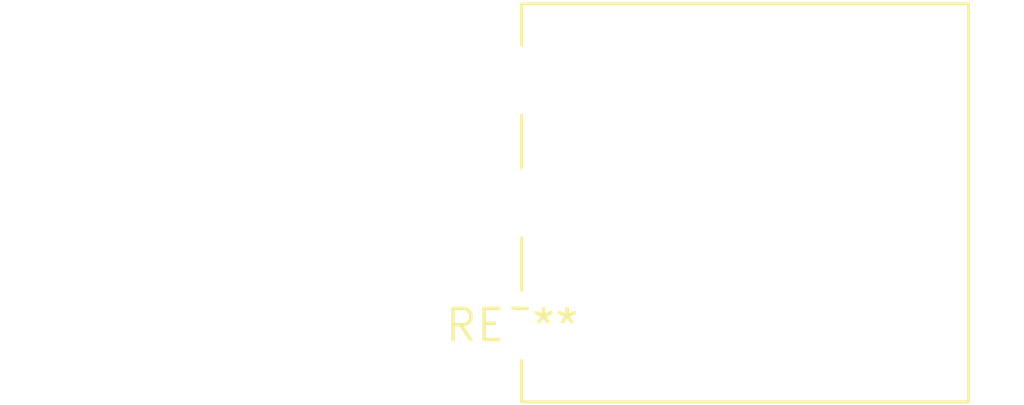
<source format=kicad_pcb>
(kicad_pcb (version 20240108) (generator pcbnew)
  (layers (0 "F.Cu" signal) (31 "B.Cu" signal) (34 "B.Paste" user) (35 "F.Paste" user) (36 "B.SilkS" user "B.Silkscreen") (37 "F.SilkS" user "F.Silkscreen") (38 "B.Mask" user) (39 "F.Mask" user) (44 "Edge.Cuts" user))
  (net 0 "")
  (footprint "Potentiometer_Piher_PC-16_Single_Vertical" (layer "F.Cu") (at 0 0)
    (property "Reference" "REF**")
    (property "Value" "Potentiometer_Piher_PC-16_Single_Vertical")
    (fp_line (start 0.38 -13.12) (end 0.38 -11.426) (layer "F.SilkS") (stroke (width 0.12)))
    (fp_line (start 0.38 -13.12) (end 18.62 -13.12) (layer "F.SilkS") (stroke (width 0.12)))
    (fp_line (start 0.38 -8.574) (end 0.38 -6.425) (layer "F.SilkS") (stroke (width 0.12)))
    (fp_line (start 0.38 -3.575) (end 0.38 -1.425) (layer "F.SilkS") (stroke (width 0.12)))
    (fp_line (start 0.38 1.425) (end 0.38 3.12) (layer "F.SilkS") (stroke (width 0.12)))
    (fp_line (start 0.38 3.12) (end 18.62 3.12) (layer "F.SilkS") (stroke (width 0.12)))
    (fp_line (start 18.62 -13.12) (end 18.62 3.12) (layer "F.SilkS") (stroke (width 0.12)))
    (pad "1" thru_hole circle (at 0 0) (size 2.34 2.34) (drill 1.3) (layers *.Cu *.Mask) (remove_unused_layers))
    (pad "2" thru_hole circle (at 0 -5) (size 2.34 2.34) (drill 1.3) (layers *.Cu *.Mask) (remove_unused_layers))
    (pad "3" thru_hole circle (at 0 -10) (size 2.34 2.34) (drill 1.3) (layers *.Cu *.Mask) (remove_unused_layers))
  )
)
</source>
